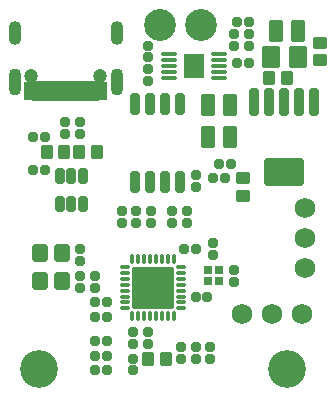
<source format=gbr>
%TF.GenerationSoftware,Altium Limited,Altium Designer,22.7.1 (60)*%
G04 Layer_Color=8388736*
%FSLAX45Y45*%
%MOMM*%
%TF.SameCoordinates,1A5FE687-02E9-4ECA-85C8-40D928D14E81*%
%TF.FilePolarity,Negative*%
%TF.FileFunction,Soldermask,Top*%
%TF.Part,Single*%
G01*
G75*
%TA.AperFunction,ComponentPad*%
%ADD60C,1.20000*%
%ADD61O,1.10000X2.30000*%
%ADD62O,1.10000X2.00000*%
%TA.AperFunction,WasherPad*%
%ADD63C,3.20320*%
%TA.AperFunction,ComponentPad*%
%ADD64C,1.72720*%
%ADD65C,2.70320*%
%TA.AperFunction,ConnectorPad*%
%ADD72R,0.88000X1.78000*%
%ADD73R,0.74000X1.64000*%
%ADD74R,0.58000X1.78000*%
%TA.AperFunction,SMDPad,CuDef*%
G04:AMPARAMS|DCode=75|XSize=3.59mm|YSize=3.59mm|CornerRadius=0.2425mm|HoleSize=0mm|Usage=FLASHONLY|Rotation=270.000|XOffset=0mm|YOffset=0mm|HoleType=Round|Shape=RoundedRectangle|*
%AMROUNDEDRECTD75*
21,1,3.59000,3.10500,0,0,270.0*
21,1,3.10500,3.59000,0,0,270.0*
1,1,0.48500,-1.55250,-1.55250*
1,1,0.48500,-1.55250,1.55250*
1,1,0.48500,1.55250,1.55250*
1,1,0.48500,1.55250,-1.55250*
%
%ADD75ROUNDEDRECTD75*%
G04:AMPARAMS|DCode=76|XSize=0.35mm|YSize=0.8mm|CornerRadius=0.0625mm|HoleSize=0mm|Usage=FLASHONLY|Rotation=90.000|XOffset=0mm|YOffset=0mm|HoleType=Round|Shape=RoundedRectangle|*
%AMROUNDEDRECTD76*
21,1,0.35000,0.67500,0,0,90.0*
21,1,0.22500,0.80000,0,0,90.0*
1,1,0.12500,0.33750,0.11250*
1,1,0.12500,0.33750,-0.11250*
1,1,0.12500,-0.33750,-0.11250*
1,1,0.12500,-0.33750,0.11250*
%
%ADD76ROUNDEDRECTD76*%
G04:AMPARAMS|DCode=77|XSize=0.35mm|YSize=0.8mm|CornerRadius=0.0625mm|HoleSize=0mm|Usage=FLASHONLY|Rotation=0.000|XOffset=0mm|YOffset=0mm|HoleType=Round|Shape=RoundedRectangle|*
%AMROUNDEDRECTD77*
21,1,0.35000,0.67500,0,0,0.0*
21,1,0.22500,0.80000,0,0,0.0*
1,1,0.12500,0.11250,-0.33750*
1,1,0.12500,-0.11250,-0.33750*
1,1,0.12500,-0.11250,0.33750*
1,1,0.12500,0.11250,0.33750*
%
%ADD77ROUNDEDRECTD77*%
G04:AMPARAMS|DCode=78|XSize=0.39mm|YSize=1.29mm|CornerRadius=0.12mm|HoleSize=0mm|Usage=FLASHONLY|Rotation=90.000|XOffset=0mm|YOffset=0mm|HoleType=Round|Shape=RoundedRectangle|*
%AMROUNDEDRECTD78*
21,1,0.39000,1.05000,0,0,90.0*
21,1,0.15000,1.29000,0,0,90.0*
1,1,0.24000,0.52500,0.07500*
1,1,0.24000,0.52500,-0.07500*
1,1,0.24000,-0.52500,-0.07500*
1,1,0.24000,-0.52500,0.07500*
%
%ADD78ROUNDEDRECTD78*%
G04:AMPARAMS|DCode=79|XSize=1.7732mm|YSize=2.0832mm|CornerRadius=0.1487mm|HoleSize=0mm|Usage=FLASHONLY|Rotation=0.000|XOffset=0mm|YOffset=0mm|HoleType=Round|Shape=RoundedRectangle|*
%AMROUNDEDRECTD79*
21,1,1.77320,1.78580,0,0,0.0*
21,1,1.47580,2.08320,0,0,0.0*
1,1,0.29740,0.73790,-0.89290*
1,1,0.29740,-0.73790,-0.89290*
1,1,0.29740,-0.73790,0.89290*
1,1,0.29740,0.73790,0.89290*
%
%ADD79ROUNDEDRECTD79*%
G04:AMPARAMS|DCode=80|XSize=1.0032mm|YSize=1.2032mm|CornerRadius=0.2016mm|HoleSize=0mm|Usage=FLASHONLY|Rotation=0.000|XOffset=0mm|YOffset=0mm|HoleType=Round|Shape=RoundedRectangle|*
%AMROUNDEDRECTD80*
21,1,1.00320,0.80000,0,0,0.0*
21,1,0.60000,1.20320,0,0,0.0*
1,1,0.40320,0.30000,-0.40000*
1,1,0.40320,-0.30000,-0.40000*
1,1,0.40320,-0.30000,0.40000*
1,1,0.40320,0.30000,0.40000*
%
%ADD80ROUNDEDRECTD80*%
G04:AMPARAMS|DCode=81|XSize=0.8032mm|YSize=1.9032mm|CornerRadius=0.1766mm|HoleSize=0mm|Usage=FLASHONLY|Rotation=0.000|XOffset=0mm|YOffset=0mm|HoleType=Round|Shape=RoundedRectangle|*
%AMROUNDEDRECTD81*
21,1,0.80320,1.55000,0,0,0.0*
21,1,0.45000,1.90320,0,0,0.0*
1,1,0.35320,0.22500,-0.77500*
1,1,0.35320,-0.22500,-0.77500*
1,1,0.35320,-0.22500,0.77500*
1,1,0.35320,0.22500,0.77500*
%
%ADD81ROUNDEDRECTD81*%
G04:AMPARAMS|DCode=82|XSize=0.8032mm|YSize=0.9032mm|CornerRadius=0.1766mm|HoleSize=0mm|Usage=FLASHONLY|Rotation=180.000|XOffset=0mm|YOffset=0mm|HoleType=Round|Shape=RoundedRectangle|*
%AMROUNDEDRECTD82*
21,1,0.80320,0.55000,0,0,180.0*
21,1,0.45000,0.90320,0,0,180.0*
1,1,0.35320,-0.22500,0.27500*
1,1,0.35320,0.22500,0.27500*
1,1,0.35320,0.22500,-0.27500*
1,1,0.35320,-0.22500,-0.27500*
%
%ADD82ROUNDEDRECTD82*%
G04:AMPARAMS|DCode=83|XSize=0.8032mm|YSize=0.9032mm|CornerRadius=0.1766mm|HoleSize=0mm|Usage=FLASHONLY|Rotation=270.000|XOffset=0mm|YOffset=0mm|HoleType=Round|Shape=RoundedRectangle|*
%AMROUNDEDRECTD83*
21,1,0.80320,0.55000,0,0,270.0*
21,1,0.45000,0.90320,0,0,270.0*
1,1,0.35320,-0.27500,-0.22500*
1,1,0.35320,-0.27500,0.22500*
1,1,0.35320,0.27500,0.22500*
1,1,0.35320,0.27500,-0.22500*
%
%ADD83ROUNDEDRECTD83*%
G04:AMPARAMS|DCode=84|XSize=3.4032mm|YSize=2.3032mm|CornerRadius=0.1541mm|HoleSize=0mm|Usage=FLASHONLY|Rotation=0.000|XOffset=0mm|YOffset=0mm|HoleType=Round|Shape=RoundedRectangle|*
%AMROUNDEDRECTD84*
21,1,3.40320,1.99500,0,0,0.0*
21,1,3.09500,2.30320,0,0,0.0*
1,1,0.30820,1.54750,-0.99750*
1,1,0.30820,-1.54750,-0.99750*
1,1,0.30820,-1.54750,0.99750*
1,1,0.30820,1.54750,0.99750*
%
%ADD84ROUNDEDRECTD84*%
G04:AMPARAMS|DCode=85|XSize=0.8032mm|YSize=2.3032mm|CornerRadius=0.1526mm|HoleSize=0mm|Usage=FLASHONLY|Rotation=0.000|XOffset=0mm|YOffset=0mm|HoleType=Round|Shape=RoundedRectangle|*
%AMROUNDEDRECTD85*
21,1,0.80320,1.99800,0,0,0.0*
21,1,0.49800,2.30320,0,0,0.0*
1,1,0.30520,0.24900,-0.99900*
1,1,0.30520,-0.24900,-0.99900*
1,1,0.30520,-0.24900,0.99900*
1,1,0.30520,0.24900,0.99900*
%
%ADD85ROUNDEDRECTD85*%
G04:AMPARAMS|DCode=86|XSize=0.8032mm|YSize=1.4032mm|CornerRadius=0.1766mm|HoleSize=0mm|Usage=FLASHONLY|Rotation=180.000|XOffset=0mm|YOffset=0mm|HoleType=Round|Shape=RoundedRectangle|*
%AMROUNDEDRECTD86*
21,1,0.80320,1.05000,0,0,180.0*
21,1,0.45000,1.40320,0,0,180.0*
1,1,0.35320,-0.22500,0.52500*
1,1,0.35320,0.22500,0.52500*
1,1,0.35320,0.22500,-0.52500*
1,1,0.35320,-0.22500,-0.52500*
%
%ADD86ROUNDEDRECTD86*%
G04:AMPARAMS|DCode=87|XSize=1.0032mm|YSize=1.2032mm|CornerRadius=0.2016mm|HoleSize=0mm|Usage=FLASHONLY|Rotation=270.000|XOffset=0mm|YOffset=0mm|HoleType=Round|Shape=RoundedRectangle|*
%AMROUNDEDRECTD87*
21,1,1.00320,0.80000,0,0,270.0*
21,1,0.60000,1.20320,0,0,270.0*
1,1,0.40320,-0.40000,-0.30000*
1,1,0.40320,-0.40000,0.30000*
1,1,0.40320,0.40000,0.30000*
1,1,0.40320,0.40000,-0.30000*
%
%ADD87ROUNDEDRECTD87*%
G04:AMPARAMS|DCode=88|XSize=1.2032mm|YSize=1.9032mm|CornerRadius=0.2266mm|HoleSize=0mm|Usage=FLASHONLY|Rotation=0.000|XOffset=0mm|YOffset=0mm|HoleType=Round|Shape=RoundedRectangle|*
%AMROUNDEDRECTD88*
21,1,1.20320,1.45000,0,0,0.0*
21,1,0.75000,1.90320,0,0,0.0*
1,1,0.45320,0.37500,-0.72500*
1,1,0.45320,-0.37500,-0.72500*
1,1,0.45320,-0.37500,0.72500*
1,1,0.45320,0.37500,0.72500*
%
%ADD88ROUNDEDRECTD88*%
G04:AMPARAMS|DCode=89|XSize=1.6032mm|YSize=1.9032mm|CornerRadius=0.2766mm|HoleSize=0mm|Usage=FLASHONLY|Rotation=0.000|XOffset=0mm|YOffset=0mm|HoleType=Round|Shape=RoundedRectangle|*
%AMROUNDEDRECTD89*
21,1,1.60320,1.35000,0,0,0.0*
21,1,1.05000,1.90320,0,0,0.0*
1,1,0.55320,0.52500,-0.67500*
1,1,0.55320,-0.52500,-0.67500*
1,1,0.55320,-0.52500,0.67500*
1,1,0.55320,0.52500,0.67500*
%
%ADD89ROUNDEDRECTD89*%
G04:AMPARAMS|DCode=90|XSize=1.5032mm|YSize=1.3032mm|CornerRadius=0.1566mm|HoleSize=0mm|Usage=FLASHONLY|Rotation=270.000|XOffset=0mm|YOffset=0mm|HoleType=Round|Shape=RoundedRectangle|*
%AMROUNDEDRECTD90*
21,1,1.50320,0.99000,0,0,270.0*
21,1,1.19000,1.30320,0,0,270.0*
1,1,0.31320,-0.49500,-0.59500*
1,1,0.31320,-0.49500,0.59500*
1,1,0.31320,0.49500,0.59500*
1,1,0.31320,0.49500,-0.59500*
%
%ADD90ROUNDEDRECTD90*%
G04:AMPARAMS|DCode=91|XSize=0.7532mm|YSize=0.7532mm|CornerRadius=0.1291mm|HoleSize=0mm|Usage=FLASHONLY|Rotation=0.000|XOffset=0mm|YOffset=0mm|HoleType=Round|Shape=RoundedRectangle|*
%AMROUNDEDRECTD91*
21,1,0.75320,0.49500,0,0,0.0*
21,1,0.49500,0.75320,0,0,0.0*
1,1,0.25820,0.24750,-0.24750*
1,1,0.25820,-0.24750,-0.24750*
1,1,0.25820,-0.24750,0.24750*
1,1,0.25820,0.24750,0.24750*
%
%ADD91ROUNDEDRECTD91*%
%TA.AperFunction,ViaPad*%
%ADD92C,0.90320*%
D60*
X337258Y3275047D02*
D03*
X917258D02*
D03*
D61*
X1059758Y3225047D02*
D03*
X194758D02*
D03*
D62*
Y3645047D02*
D03*
X1059758D02*
D03*
D63*
X400000Y800000D02*
D03*
X2500000D02*
D03*
D64*
X2631258Y1260047D02*
D03*
X2377258D02*
D03*
X2123258D02*
D03*
X2652258Y2164047D02*
D03*
Y1910047D02*
D03*
Y1656047D02*
D03*
D65*
X1427258Y3710047D02*
D03*
X1777258D02*
D03*
D72*
X867258Y3150047D02*
D03*
X387258D02*
D03*
D73*
X947258D02*
D03*
X307257D02*
D03*
D74*
X802257D02*
D03*
X752258D02*
D03*
X702258D02*
D03*
X452258D02*
D03*
X502258D02*
D03*
X552257D02*
D03*
X602258D02*
D03*
X652258D02*
D03*
D75*
X1367258Y1485047D02*
D03*
D76*
X1127258Y1310047D02*
D03*
Y1360047D02*
D03*
Y1410047D02*
D03*
Y1460047D02*
D03*
Y1510047D02*
D03*
Y1560047D02*
D03*
Y1610047D02*
D03*
Y1660047D02*
D03*
X1607258D02*
D03*
Y1610047D02*
D03*
Y1560047D02*
D03*
Y1510047D02*
D03*
Y1460047D02*
D03*
Y1410047D02*
D03*
Y1360047D02*
D03*
Y1310047D02*
D03*
D77*
X1192258Y1725047D02*
D03*
X1242258D02*
D03*
X1292258D02*
D03*
X1342258D02*
D03*
X1392258D02*
D03*
X1442258D02*
D03*
X1492258D02*
D03*
X1542258D02*
D03*
Y1245047D02*
D03*
X1492258D02*
D03*
X1442258D02*
D03*
X1392258D02*
D03*
X1342258D02*
D03*
X1292258D02*
D03*
X1242258D02*
D03*
X1192258D02*
D03*
D78*
X1502258Y3460047D02*
D03*
Y3410048D02*
D03*
Y3360047D02*
D03*
Y3310047D02*
D03*
Y3260047D02*
D03*
X1927258Y3460047D02*
D03*
Y3410048D02*
D03*
Y3360047D02*
D03*
Y3310047D02*
D03*
Y3260047D02*
D03*
D79*
X1714758Y3360047D02*
D03*
D80*
X467851Y2630354D02*
D03*
X617851D02*
D03*
X2502258Y3260047D02*
D03*
X2352258D02*
D03*
X892850Y2630354D02*
D03*
X742850D02*
D03*
X1327258Y885047D02*
D03*
X1477258D02*
D03*
D81*
X1592758Y3041547D02*
D03*
X1465758D02*
D03*
X1338758D02*
D03*
X1211758D02*
D03*
X1592758Y2378547D02*
D03*
X1465758D02*
D03*
X1338758D02*
D03*
X1211758D02*
D03*
D82*
X352258Y2485047D02*
D03*
X452258D02*
D03*
X352258Y2760047D02*
D03*
X452258D02*
D03*
X2177258Y3735047D02*
D03*
X2077258D02*
D03*
X877258Y785047D02*
D03*
X977258D02*
D03*
X2077257Y3385047D02*
D03*
X2177258D02*
D03*
X1927258Y2535047D02*
D03*
X2027258D02*
D03*
X1877258Y2410047D02*
D03*
X1977258D02*
D03*
X877257Y1360047D02*
D03*
X977257D02*
D03*
X1827258Y1410047D02*
D03*
X1727258D02*
D03*
X1727258Y1810047D02*
D03*
X1627258D02*
D03*
X977258Y910047D02*
D03*
X877258D02*
D03*
X977258Y1035047D02*
D03*
X877258D02*
D03*
X877257Y1235047D02*
D03*
X977257D02*
D03*
D83*
X1327258Y3235047D02*
D03*
Y3335047D02*
D03*
X2052258Y3535047D02*
D03*
Y3635047D02*
D03*
X2177258Y3535047D02*
D03*
Y3635047D02*
D03*
X618111Y2886522D02*
D03*
Y2786522D02*
D03*
X750877Y2887780D02*
D03*
Y2787780D02*
D03*
X1202258Y785047D02*
D03*
Y885047D02*
D03*
X1727258Y2335047D02*
D03*
Y2435047D02*
D03*
X1327258Y3435047D02*
D03*
Y3535047D02*
D03*
X1852258Y885047D02*
D03*
Y985047D02*
D03*
X1727258Y885048D02*
D03*
Y985048D02*
D03*
X1602258D02*
D03*
Y885048D02*
D03*
X1327258Y1110048D02*
D03*
Y1010048D02*
D03*
X1227258Y2135048D02*
D03*
Y2035047D02*
D03*
X1352258Y2135048D02*
D03*
Y2035047D02*
D03*
X1527258Y2135048D02*
D03*
Y2035047D02*
D03*
X1102258Y2135048D02*
D03*
Y2035047D02*
D03*
X752258Y1485047D02*
D03*
Y1585047D02*
D03*
Y1810047D02*
D03*
Y1710047D02*
D03*
X877258Y1485047D02*
D03*
Y1585047D02*
D03*
X1877258Y1860048D02*
D03*
Y1760048D02*
D03*
X2052258Y1535047D02*
D03*
Y1635047D02*
D03*
X1652258Y2135048D02*
D03*
Y2035047D02*
D03*
X1202258Y1110047D02*
D03*
Y1010047D02*
D03*
D84*
X2477258Y2462547D02*
D03*
D85*
X2223258Y3057547D02*
D03*
X2350258D02*
D03*
X2477258D02*
D03*
X2604258D02*
D03*
X2731258D02*
D03*
D86*
X772258Y2190047D02*
D03*
X677257D02*
D03*
X582258D02*
D03*
Y2430047D02*
D03*
X677257D02*
D03*
X772258D02*
D03*
D87*
X2777258Y3560047D02*
D03*
Y3410047D02*
D03*
X2127258Y2260048D02*
D03*
Y2410048D02*
D03*
D88*
X2407258Y3660047D02*
D03*
X2597258D02*
D03*
X1832258Y3035047D02*
D03*
X2022258D02*
D03*
X1832258Y2760047D02*
D03*
X2022258D02*
D03*
D89*
X2362958Y3435047D02*
D03*
X2591558D02*
D03*
D90*
X407258Y1545047D02*
D03*
X597258D02*
D03*
X407258Y1775047D02*
D03*
X597258D02*
D03*
D91*
X1829758Y1632547D02*
D03*
X1924758D02*
D03*
Y1537547D02*
D03*
X1829758D02*
D03*
D92*
X1759758Y3420047D02*
D03*
Y3300048D02*
D03*
X1669758D02*
D03*
Y3420047D02*
D03*
%TF.MD5,549e112c65b97a80931828c5511d926b*%
M02*

</source>
